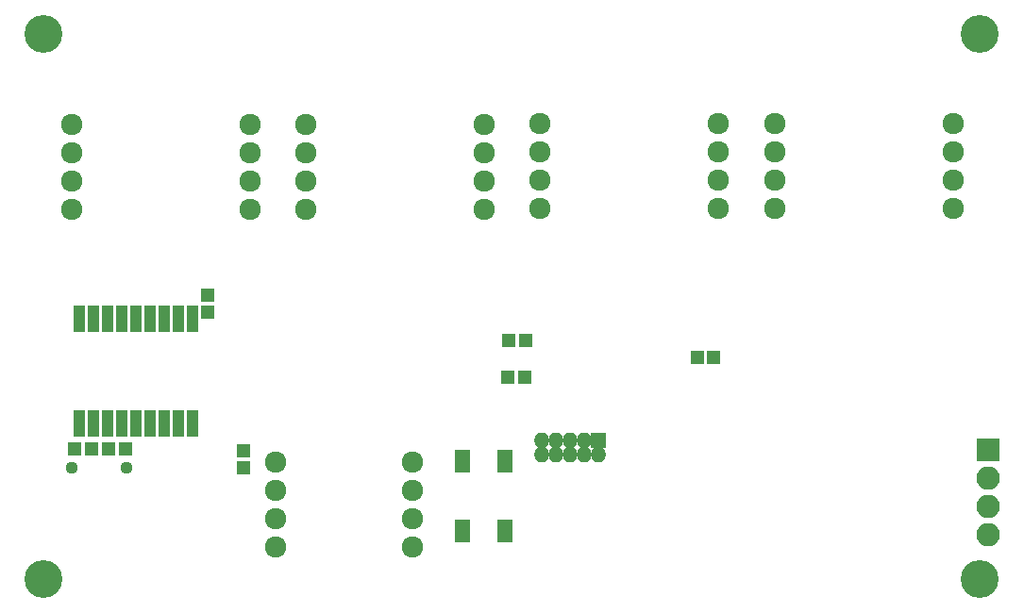
<source format=gbs>
%TF.GenerationSoftware,KiCad,Pcbnew,4.0.7*%
%TF.CreationDate,2019-07-19T19:42:11-04:00*%
%TF.ProjectId,Pressure Scanner Board,5072657373757265205363616E6E6572,rev?*%
%TF.FileFunction,Soldermask,Bot*%
%FSLAX46Y46*%
G04 Gerber Fmt 4.6, Leading zero omitted, Abs format (unit mm)*
G04 Created by KiCad (PCBNEW 4.0.7) date 07/19/19 19:42:11*
%MOMM*%
%LPD*%
G01*
G04 APERTURE LIST*
%ADD10C,0.100000*%
%ADD11C,3.400000*%
%ADD12C,1.924000*%
%ADD13R,1.000000X2.400000*%
%ADD14R,1.400000X1.400000*%
%ADD15O,1.400000X1.400000*%
%ADD16R,1.400000X2.100000*%
%ADD17C,1.130000*%
%ADD18R,1.200000X1.150000*%
%ADD19R,1.150000X1.200000*%
%ADD20R,2.100000X2.100000*%
%ADD21O,2.100000X2.100000*%
G04 APERTURE END LIST*
D10*
D11*
X113000000Y-102000000D03*
X113000000Y-53000000D03*
X197000000Y-53000000D03*
X197000000Y-102000000D03*
D12*
X194650000Y-61080000D03*
X194650000Y-63620000D03*
X194650000Y-66160000D03*
X194650000Y-68700000D03*
X178650000Y-68700000D03*
X178650000Y-66160000D03*
X178650000Y-63620000D03*
X178650000Y-61080000D03*
D13*
X126365000Y-88012000D03*
X125095000Y-88012000D03*
X123825000Y-88012000D03*
X122555000Y-88012000D03*
X121285000Y-88012000D03*
X120015000Y-88012000D03*
X118745000Y-88012000D03*
X117475000Y-88012000D03*
X116205000Y-88012000D03*
X116205000Y-78612000D03*
X117475000Y-78612000D03*
X118745000Y-78612000D03*
X120015000Y-78612000D03*
X121285000Y-78612000D03*
X122555000Y-78612000D03*
X123825000Y-78612000D03*
X125095000Y-78612000D03*
X126365000Y-78612000D03*
D12*
X146113000Y-91440000D03*
X146113000Y-93980000D03*
X146113000Y-96520000D03*
X146113000Y-99060000D03*
X133823000Y-99060000D03*
X133823000Y-96520000D03*
X133823000Y-93980000D03*
X133823000Y-91440000D03*
D14*
X162814000Y-89535000D03*
D15*
X162814000Y-90805000D03*
X161544000Y-89535000D03*
X161544000Y-90805000D03*
X160274000Y-89535000D03*
X160274000Y-90805000D03*
X159004000Y-89535000D03*
X159004000Y-90805000D03*
X157734000Y-89535000D03*
X157734000Y-90805000D03*
D16*
X150568500Y-91376500D03*
X150568500Y-97676500D03*
X154368500Y-91376500D03*
X154368500Y-97676500D03*
D12*
X152558272Y-61170404D03*
X152558272Y-63710404D03*
X152558272Y-66250404D03*
X152558272Y-68790404D03*
X136558272Y-68790404D03*
X136558272Y-66250404D03*
X136558272Y-63710404D03*
X136558272Y-61170404D03*
X173558272Y-61090404D03*
X173558272Y-63630404D03*
X173558272Y-66170404D03*
X173558272Y-68710404D03*
X157558272Y-68710404D03*
X157558272Y-66170404D03*
X157558272Y-63630404D03*
X157558272Y-61090404D03*
X131558272Y-61170404D03*
X131558272Y-63710404D03*
X131558272Y-66250404D03*
X131558272Y-68790404D03*
X115558272Y-68790404D03*
X115558272Y-66250404D03*
X115558272Y-63710404D03*
X115558272Y-61170404D03*
D17*
X120423000Y-91948000D03*
X115543000Y-91948000D03*
D18*
X154698000Y-83820000D03*
X156198000Y-83820000D03*
X154750000Y-80500000D03*
X156250000Y-80500000D03*
X171640500Y-82042000D03*
X173140500Y-82042000D03*
D19*
X127762000Y-76466000D03*
X127762000Y-77966000D03*
D18*
X118884000Y-90297000D03*
X120384000Y-90297000D03*
D19*
X130937000Y-91936000D03*
X130937000Y-90436000D03*
D18*
X115836000Y-90297000D03*
X117336000Y-90297000D03*
D20*
X197739000Y-90360500D03*
D21*
X197739000Y-92900500D03*
X197739000Y-95440500D03*
X197739000Y-97980500D03*
M02*

</source>
